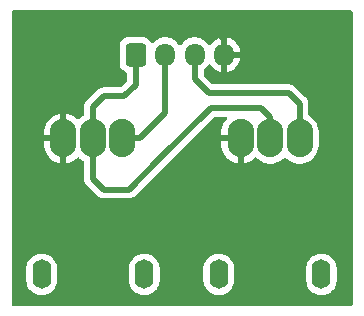
<source format=gbr>
%TF.GenerationSoftware,KiCad,Pcbnew,8.0.2*%
%TF.CreationDate,2024-08-12T19:30:07-07:00*%
%TF.ProjectId,socket_test,736f636b-6574-45f7-9465-73742e6b6963,rev?*%
%TF.SameCoordinates,Original*%
%TF.FileFunction,Copper,L1,Top*%
%TF.FilePolarity,Positive*%
%FSLAX46Y46*%
G04 Gerber Fmt 4.6, Leading zero omitted, Abs format (unit mm)*
G04 Created by KiCad (PCBNEW 8.0.2) date 2024-08-12 19:30:07*
%MOMM*%
%LPD*%
G01*
G04 APERTURE LIST*
G04 Aperture macros list*
%AMRoundRect*
0 Rectangle with rounded corners*
0 $1 Rounding radius*
0 $2 $3 $4 $5 $6 $7 $8 $9 X,Y pos of 4 corners*
0 Add a 4 corners polygon primitive as box body*
4,1,4,$2,$3,$4,$5,$6,$7,$8,$9,$2,$3,0*
0 Add four circle primitives for the rounded corners*
1,1,$1+$1,$2,$3*
1,1,$1+$1,$4,$5*
1,1,$1+$1,$6,$7*
1,1,$1+$1,$8,$9*
0 Add four rect primitives between the rounded corners*
20,1,$1+$1,$2,$3,$4,$5,0*
20,1,$1+$1,$4,$5,$6,$7,0*
20,1,$1+$1,$6,$7,$8,$9,0*
20,1,$1+$1,$8,$9,$2,$3,0*%
G04 Aperture macros list end*
%TA.AperFunction,ComponentPad*%
%ADD10O,2.250000X3.250000*%
%TD*%
%TA.AperFunction,HeatsinkPad*%
%ADD11O,1.600000X2.500000*%
%TD*%
%TA.AperFunction,ComponentPad*%
%ADD12RoundRect,0.250000X-0.600000X-0.725000X0.600000X-0.725000X0.600000X0.725000X-0.600000X0.725000X0*%
%TD*%
%TA.AperFunction,ComponentPad*%
%ADD13O,1.700000X1.950000*%
%TD*%
%TA.AperFunction,Conductor*%
%ADD14C,0.500000*%
%TD*%
G04 APERTURE END LIST*
D10*
%TO.P,RV1,1,GND*%
%TO.N,VCC*%
X242436400Y-136404200D03*
%TO.P,RV1,2,Signal*%
%TO.N,Net-(J1-Pin_2)*%
X244936400Y-136404200D03*
%TO.P,RV1,3,V+*%
%TO.N,GND*%
X239936400Y-136404200D03*
D11*
%TO.P,RV1,MP*%
%TO.N,N/C*%
X238086400Y-147904200D03*
X246786400Y-147904200D03*
%TD*%
D10*
%TO.P,RV2,1,GND*%
%TO.N,VCC*%
X257436400Y-136404200D03*
%TO.P,RV2,2,Signal*%
%TO.N,Net-(J1-Pin_3)*%
X259936400Y-136404200D03*
%TO.P,RV2,3,V+*%
%TO.N,GND*%
X254936400Y-136404200D03*
D11*
%TO.P,RV2,MP*%
%TO.N,N/C*%
X253086400Y-147904200D03*
X261786400Y-147904200D03*
%TD*%
D12*
%TO.P,J1,1,Pin_1*%
%TO.N,VCC*%
X246049800Y-129311400D03*
D13*
%TO.P,J1,2,Pin_2*%
%TO.N,Net-(J1-Pin_2)*%
X248549800Y-129311400D03*
%TO.P,J1,3,Pin_3*%
%TO.N,Net-(J1-Pin_3)*%
X251049800Y-129311400D03*
%TO.P,J1,4,Pin_4*%
%TO.N,GND*%
X253549800Y-129311400D03*
%TD*%
D14*
%TO.N,GND*%
X261340600Y-139573000D02*
X262128000Y-138785600D01*
X262128000Y-132664200D02*
X258775200Y-129311400D01*
X258775200Y-129311400D02*
X253549800Y-129311400D01*
X243154200Y-127050800D02*
X252603000Y-127050800D01*
X239936400Y-136404200D02*
X239936400Y-130268600D01*
X252603000Y-127050800D02*
X253549800Y-127997600D01*
X253549800Y-127997600D02*
X253549800Y-129311400D01*
X255778000Y-139573000D02*
X261340600Y-139573000D01*
X239936400Y-130268600D02*
X243154200Y-127050800D01*
X254936400Y-136404200D02*
X254936400Y-138731400D01*
X262128000Y-138785600D02*
X262128000Y-132664200D01*
X254936400Y-138731400D02*
X255778000Y-139573000D01*
%TO.N,VCC*%
X245465600Y-140741400D02*
X243357400Y-140741400D01*
X242436400Y-136404200D02*
X242436400Y-133763000D01*
X243357400Y-140741400D02*
X242436400Y-139820400D01*
X252425200Y-133807200D02*
X248056400Y-138176000D01*
X257436400Y-134602000D02*
X256641600Y-133807200D01*
X242436400Y-133763000D02*
X243357400Y-132842000D01*
X245084600Y-132842000D02*
X246049800Y-131876800D01*
X243357400Y-132842000D02*
X245084600Y-132842000D01*
X242436400Y-139820400D02*
X242436400Y-136404200D01*
X248031000Y-138176000D02*
X245465600Y-140741400D01*
X246049800Y-131876800D02*
X246049800Y-129311400D01*
X256641600Y-133807200D02*
X252425200Y-133807200D01*
X248056400Y-138176000D02*
X248031000Y-138176000D01*
X257436400Y-136404200D02*
X257436400Y-134602000D01*
%TO.N,Net-(J1-Pin_2)*%
X246399200Y-136404200D02*
X248549800Y-134253600D01*
X248549800Y-134253600D02*
X248549800Y-129311400D01*
X244936400Y-136404200D02*
X246399200Y-136404200D01*
%TO.N,Net-(J1-Pin_3)*%
X259003800Y-132562600D02*
X259936400Y-133495200D01*
X252247400Y-132562600D02*
X259003800Y-132562600D01*
X259936400Y-133495200D02*
X259936400Y-136404200D01*
X251049800Y-131365000D02*
X252247400Y-132562600D01*
X251049800Y-129311400D02*
X251049800Y-131365000D01*
%TD*%
%TA.AperFunction,Conductor*%
%TO.N,GND*%
G36*
X264364539Y-125589785D02*
G01*
X264410294Y-125642589D01*
X264421500Y-125694100D01*
X264421500Y-150429300D01*
X264401815Y-150496339D01*
X264349011Y-150542094D01*
X264297500Y-150553300D01*
X235676100Y-150553300D01*
X235609061Y-150533615D01*
X235563306Y-150480811D01*
X235552100Y-150429300D01*
X235552100Y-147351848D01*
X236785900Y-147351848D01*
X236785900Y-148456551D01*
X236817922Y-148658734D01*
X236881181Y-148853423D01*
X236974115Y-149035813D01*
X237094428Y-149201413D01*
X237239186Y-149346171D01*
X237394149Y-149458756D01*
X237404790Y-149466487D01*
X237521007Y-149525703D01*
X237587176Y-149559418D01*
X237587178Y-149559418D01*
X237587181Y-149559420D01*
X237691537Y-149593327D01*
X237781865Y-149622677D01*
X237882957Y-149638688D01*
X237984048Y-149654700D01*
X237984049Y-149654700D01*
X238188751Y-149654700D01*
X238188752Y-149654700D01*
X238390934Y-149622677D01*
X238585619Y-149559420D01*
X238768010Y-149466487D01*
X238860990Y-149398932D01*
X238933613Y-149346171D01*
X238933615Y-149346168D01*
X238933619Y-149346166D01*
X239078366Y-149201419D01*
X239078368Y-149201415D01*
X239078371Y-149201413D01*
X239131132Y-149128790D01*
X239198687Y-149035810D01*
X239291620Y-148853419D01*
X239354877Y-148658734D01*
X239386900Y-148456552D01*
X239386900Y-147351848D01*
X245485900Y-147351848D01*
X245485900Y-148456551D01*
X245517922Y-148658734D01*
X245581181Y-148853423D01*
X245674115Y-149035813D01*
X245794428Y-149201413D01*
X245939186Y-149346171D01*
X246094149Y-149458756D01*
X246104790Y-149466487D01*
X246221007Y-149525703D01*
X246287176Y-149559418D01*
X246287178Y-149559418D01*
X246287181Y-149559420D01*
X246391537Y-149593327D01*
X246481865Y-149622677D01*
X246582957Y-149638688D01*
X246684048Y-149654700D01*
X246684049Y-149654700D01*
X246888751Y-149654700D01*
X246888752Y-149654700D01*
X247090934Y-149622677D01*
X247285619Y-149559420D01*
X247468010Y-149466487D01*
X247560990Y-149398932D01*
X247633613Y-149346171D01*
X247633615Y-149346168D01*
X247633619Y-149346166D01*
X247778366Y-149201419D01*
X247778368Y-149201415D01*
X247778371Y-149201413D01*
X247831132Y-149128790D01*
X247898687Y-149035810D01*
X247991620Y-148853419D01*
X248054877Y-148658734D01*
X248086900Y-148456552D01*
X248086900Y-147351848D01*
X251785900Y-147351848D01*
X251785900Y-148456551D01*
X251817922Y-148658734D01*
X251881181Y-148853423D01*
X251974115Y-149035813D01*
X252094428Y-149201413D01*
X252239186Y-149346171D01*
X252394149Y-149458756D01*
X252404790Y-149466487D01*
X252521007Y-149525703D01*
X252587176Y-149559418D01*
X252587178Y-149559418D01*
X252587181Y-149559420D01*
X252691537Y-149593327D01*
X252781865Y-149622677D01*
X252882957Y-149638688D01*
X252984048Y-149654700D01*
X252984049Y-149654700D01*
X253188751Y-149654700D01*
X253188752Y-149654700D01*
X253390934Y-149622677D01*
X253585619Y-149559420D01*
X253768010Y-149466487D01*
X253860990Y-149398932D01*
X253933613Y-149346171D01*
X253933615Y-149346168D01*
X253933619Y-149346166D01*
X254078366Y-149201419D01*
X254078368Y-149201415D01*
X254078371Y-149201413D01*
X254131132Y-149128790D01*
X254198687Y-149035810D01*
X254291620Y-148853419D01*
X254354877Y-148658734D01*
X254386900Y-148456552D01*
X254386900Y-147351848D01*
X260485900Y-147351848D01*
X260485900Y-148456551D01*
X260517922Y-148658734D01*
X260581181Y-148853423D01*
X260674115Y-149035813D01*
X260794428Y-149201413D01*
X260939186Y-149346171D01*
X261094149Y-149458756D01*
X261104790Y-149466487D01*
X261221007Y-149525703D01*
X261287176Y-149559418D01*
X261287178Y-149559418D01*
X261287181Y-149559420D01*
X261391537Y-149593327D01*
X261481865Y-149622677D01*
X261582957Y-149638688D01*
X261684048Y-149654700D01*
X261684049Y-149654700D01*
X261888751Y-149654700D01*
X261888752Y-149654700D01*
X262090934Y-149622677D01*
X262285619Y-149559420D01*
X262468010Y-149466487D01*
X262560990Y-149398932D01*
X262633613Y-149346171D01*
X262633615Y-149346168D01*
X262633619Y-149346166D01*
X262778366Y-149201419D01*
X262778368Y-149201415D01*
X262778371Y-149201413D01*
X262831132Y-149128790D01*
X262898687Y-149035810D01*
X262991620Y-148853419D01*
X263054877Y-148658734D01*
X263086900Y-148456552D01*
X263086900Y-147351848D01*
X263054877Y-147149666D01*
X262991620Y-146954981D01*
X262991618Y-146954978D01*
X262991618Y-146954976D01*
X262957903Y-146888807D01*
X262898687Y-146772590D01*
X262890956Y-146761949D01*
X262778371Y-146606986D01*
X262633613Y-146462228D01*
X262468013Y-146341915D01*
X262468012Y-146341914D01*
X262468010Y-146341913D01*
X262411053Y-146312891D01*
X262285623Y-146248981D01*
X262090934Y-146185722D01*
X261916395Y-146158078D01*
X261888752Y-146153700D01*
X261684048Y-146153700D01*
X261659729Y-146157551D01*
X261481865Y-146185722D01*
X261287176Y-146248981D01*
X261104786Y-146341915D01*
X260939186Y-146462228D01*
X260794428Y-146606986D01*
X260674115Y-146772586D01*
X260581181Y-146954976D01*
X260517922Y-147149665D01*
X260485900Y-147351848D01*
X254386900Y-147351848D01*
X254354877Y-147149666D01*
X254291620Y-146954981D01*
X254291618Y-146954978D01*
X254291618Y-146954976D01*
X254257903Y-146888807D01*
X254198687Y-146772590D01*
X254190956Y-146761949D01*
X254078371Y-146606986D01*
X253933613Y-146462228D01*
X253768013Y-146341915D01*
X253768012Y-146341914D01*
X253768010Y-146341913D01*
X253711053Y-146312891D01*
X253585623Y-146248981D01*
X253390934Y-146185722D01*
X253216395Y-146158078D01*
X253188752Y-146153700D01*
X252984048Y-146153700D01*
X252959729Y-146157551D01*
X252781865Y-146185722D01*
X252587176Y-146248981D01*
X252404786Y-146341915D01*
X252239186Y-146462228D01*
X252094428Y-146606986D01*
X251974115Y-146772586D01*
X251881181Y-146954976D01*
X251817922Y-147149665D01*
X251785900Y-147351848D01*
X248086900Y-147351848D01*
X248054877Y-147149666D01*
X247991620Y-146954981D01*
X247991618Y-146954978D01*
X247991618Y-146954976D01*
X247957903Y-146888807D01*
X247898687Y-146772590D01*
X247890956Y-146761949D01*
X247778371Y-146606986D01*
X247633613Y-146462228D01*
X247468013Y-146341915D01*
X247468012Y-146341914D01*
X247468010Y-146341913D01*
X247411053Y-146312891D01*
X247285623Y-146248981D01*
X247090934Y-146185722D01*
X246916395Y-146158078D01*
X246888752Y-146153700D01*
X246684048Y-146153700D01*
X246659729Y-146157551D01*
X246481865Y-146185722D01*
X246287176Y-146248981D01*
X246104786Y-146341915D01*
X245939186Y-146462228D01*
X245794428Y-146606986D01*
X245674115Y-146772586D01*
X245581181Y-146954976D01*
X245517922Y-147149665D01*
X245485900Y-147351848D01*
X239386900Y-147351848D01*
X239354877Y-147149666D01*
X239291620Y-146954981D01*
X239291618Y-146954978D01*
X239291618Y-146954976D01*
X239257903Y-146888807D01*
X239198687Y-146772590D01*
X239190956Y-146761949D01*
X239078371Y-146606986D01*
X238933613Y-146462228D01*
X238768013Y-146341915D01*
X238768012Y-146341914D01*
X238768010Y-146341913D01*
X238711053Y-146312891D01*
X238585623Y-146248981D01*
X238390934Y-146185722D01*
X238216395Y-146158078D01*
X238188752Y-146153700D01*
X237984048Y-146153700D01*
X237959729Y-146157551D01*
X237781865Y-146185722D01*
X237587176Y-146248981D01*
X237404786Y-146341915D01*
X237239186Y-146462228D01*
X237094428Y-146606986D01*
X236974115Y-146772586D01*
X236881181Y-146954976D01*
X236817922Y-147149665D01*
X236785900Y-147351848D01*
X235552100Y-147351848D01*
X235552100Y-135776310D01*
X238311400Y-135776310D01*
X238311400Y-136154200D01*
X239093986Y-136154200D01*
X239061400Y-136318020D01*
X239061400Y-136490380D01*
X239093986Y-136654200D01*
X238311400Y-136654200D01*
X238311400Y-137032089D01*
X238351413Y-137284723D01*
X238430451Y-137527981D01*
X238430452Y-137527984D01*
X238546575Y-137755886D01*
X238696921Y-137962819D01*
X238877780Y-138143678D01*
X239084713Y-138294024D01*
X239312615Y-138410147D01*
X239312618Y-138410148D01*
X239555875Y-138489186D01*
X239686400Y-138509859D01*
X239686400Y-137246613D01*
X239850220Y-137279200D01*
X240022580Y-137279200D01*
X240186400Y-137246613D01*
X240186400Y-138509858D01*
X240316922Y-138489186D01*
X240316925Y-138489186D01*
X240560181Y-138410148D01*
X240560184Y-138410147D01*
X240788086Y-138294024D01*
X240995019Y-138143678D01*
X241098366Y-138040332D01*
X241159689Y-138006847D01*
X241229381Y-138011831D01*
X241273728Y-138040332D01*
X241377459Y-138144063D01*
X241377464Y-138144067D01*
X241584451Y-138294451D01*
X241618194Y-138311644D01*
X241668990Y-138359618D01*
X241685900Y-138422129D01*
X241685900Y-139894318D01*
X241685900Y-139894320D01*
X241685899Y-139894320D01*
X241714740Y-140039307D01*
X241714743Y-140039317D01*
X241771314Y-140175892D01*
X241804212Y-140225127D01*
X241804213Y-140225130D01*
X241853446Y-140298814D01*
X241853452Y-140298821D01*
X242878984Y-141324352D01*
X242878986Y-141324354D01*
X242908458Y-141344045D01*
X242952668Y-141373584D01*
X242952670Y-141373587D01*
X242952671Y-141373587D01*
X243001896Y-141406479D01*
X243001911Y-141406487D01*
X243058479Y-141429918D01*
X243058480Y-141429918D01*
X243138488Y-141463059D01*
X243254641Y-141486163D01*
X243273868Y-141489987D01*
X243283481Y-141491900D01*
X243283482Y-141491900D01*
X245539520Y-141491900D01*
X245637062Y-141472496D01*
X245684513Y-141463058D01*
X245821095Y-141406484D01*
X245870329Y-141373586D01*
X245870334Y-141373583D01*
X245894671Y-141357321D01*
X245944016Y-141324352D01*
X248449634Y-138818731D01*
X248468415Y-138803317D01*
X248534816Y-138758952D01*
X252699748Y-134594018D01*
X252761071Y-134560534D01*
X252787429Y-134557700D01*
X253685440Y-134557700D01*
X253752479Y-134577385D01*
X253798234Y-134630189D01*
X253808178Y-134699347D01*
X253779153Y-134762903D01*
X253773121Y-134769381D01*
X253696921Y-134845580D01*
X253546575Y-135052513D01*
X253430452Y-135280415D01*
X253430451Y-135280418D01*
X253351413Y-135523676D01*
X253311400Y-135776310D01*
X253311400Y-136154200D01*
X254093986Y-136154200D01*
X254061400Y-136318020D01*
X254061400Y-136490380D01*
X254093986Y-136654200D01*
X253311400Y-136654200D01*
X253311400Y-137032089D01*
X253351413Y-137284723D01*
X253430451Y-137527981D01*
X253430452Y-137527984D01*
X253546575Y-137755886D01*
X253696921Y-137962819D01*
X253877780Y-138143678D01*
X254084713Y-138294024D01*
X254312615Y-138410147D01*
X254312618Y-138410148D01*
X254555875Y-138489186D01*
X254686400Y-138509859D01*
X254686400Y-137246613D01*
X254850220Y-137279200D01*
X255022580Y-137279200D01*
X255186400Y-137246613D01*
X255186400Y-138509858D01*
X255316922Y-138489186D01*
X255316925Y-138489186D01*
X255560181Y-138410148D01*
X255560184Y-138410147D01*
X255788086Y-138294024D01*
X255995019Y-138143678D01*
X256098366Y-138040332D01*
X256159689Y-138006847D01*
X256229381Y-138011831D01*
X256273728Y-138040332D01*
X256377459Y-138144063D01*
X256377464Y-138144067D01*
X256558007Y-138275238D01*
X256584453Y-138294452D01*
X256712348Y-138359618D01*
X256812424Y-138410610D01*
X256812427Y-138410611D01*
X256934093Y-138450142D01*
X257055761Y-138489674D01*
X257308470Y-138529700D01*
X257308471Y-138529700D01*
X257564329Y-138529700D01*
X257564330Y-138529700D01*
X257817039Y-138489674D01*
X258060375Y-138410610D01*
X258288347Y-138294452D01*
X258495342Y-138144062D01*
X258598719Y-138040685D01*
X258660042Y-138007200D01*
X258729734Y-138012184D01*
X258774081Y-138040685D01*
X258877459Y-138144063D01*
X258877464Y-138144067D01*
X259058007Y-138275238D01*
X259084453Y-138294452D01*
X259212348Y-138359618D01*
X259312424Y-138410610D01*
X259312427Y-138410611D01*
X259434093Y-138450142D01*
X259555761Y-138489674D01*
X259808470Y-138529700D01*
X259808471Y-138529700D01*
X260064329Y-138529700D01*
X260064330Y-138529700D01*
X260317039Y-138489674D01*
X260560375Y-138410610D01*
X260788347Y-138294452D01*
X260995342Y-138144062D01*
X261176262Y-137963142D01*
X261326652Y-137756147D01*
X261442810Y-137528175D01*
X261521874Y-137284839D01*
X261561900Y-137032130D01*
X261561900Y-135776270D01*
X261521874Y-135523561D01*
X261442810Y-135280225D01*
X261442810Y-135280224D01*
X261402253Y-135200627D01*
X261326652Y-135052253D01*
X261307438Y-135025807D01*
X261176267Y-134845264D01*
X261176263Y-134845259D01*
X260995340Y-134664336D01*
X260995335Y-134664332D01*
X260788350Y-134513949D01*
X260754603Y-134496754D01*
X260703808Y-134448779D01*
X260686900Y-134386270D01*
X260686900Y-133421279D01*
X260668501Y-133328785D01*
X260668501Y-133328784D01*
X260658059Y-133276288D01*
X260603905Y-133145551D01*
X260601484Y-133139705D01*
X260519351Y-133016784D01*
X260414816Y-132912249D01*
X259734858Y-132232290D01*
X259482221Y-131979652D01*
X259482214Y-131979646D01*
X259408529Y-131930412D01*
X259408529Y-131930413D01*
X259359291Y-131897513D01*
X259222717Y-131840943D01*
X259222707Y-131840940D01*
X259077720Y-131812100D01*
X259077718Y-131812100D01*
X252609629Y-131812100D01*
X252542590Y-131792415D01*
X252521948Y-131775781D01*
X251836619Y-131090451D01*
X251803134Y-131029128D01*
X251800300Y-131002770D01*
X251800300Y-130623620D01*
X251819985Y-130556581D01*
X251851414Y-130523302D01*
X251929592Y-130466504D01*
X252079904Y-130316192D01*
X252199791Y-130151179D01*
X252255120Y-130108515D01*
X252324733Y-130102536D01*
X252386529Y-130135141D01*
X252400427Y-130151181D01*
X252520072Y-130315859D01*
X252520076Y-130315864D01*
X252670335Y-130466123D01*
X252670340Y-130466127D01*
X252842242Y-130591020D01*
X253031582Y-130687495D01*
X253233671Y-130753157D01*
X253299800Y-130763631D01*
X253299800Y-129715545D01*
X253366457Y-129754030D01*
X253487265Y-129786400D01*
X253612335Y-129786400D01*
X253733143Y-129754030D01*
X253799800Y-129715545D01*
X253799800Y-130763630D01*
X253865926Y-130753157D01*
X253865929Y-130753157D01*
X254068017Y-130687495D01*
X254257357Y-130591020D01*
X254429259Y-130466127D01*
X254429264Y-130466123D01*
X254579523Y-130315864D01*
X254579527Y-130315859D01*
X254704420Y-130143957D01*
X254800895Y-129954617D01*
X254866557Y-129752530D01*
X254866557Y-129752527D01*
X254896830Y-129561400D01*
X253953946Y-129561400D01*
X253992430Y-129494743D01*
X254024800Y-129373935D01*
X254024800Y-129248865D01*
X253992430Y-129128057D01*
X253953946Y-129061400D01*
X254896830Y-129061400D01*
X254866557Y-128870272D01*
X254866557Y-128870269D01*
X254800895Y-128668182D01*
X254704420Y-128478842D01*
X254579527Y-128306940D01*
X254579523Y-128306935D01*
X254429264Y-128156676D01*
X254429259Y-128156672D01*
X254257357Y-128031779D01*
X254068015Y-127935303D01*
X253865924Y-127869641D01*
X253799800Y-127859168D01*
X253799800Y-128907254D01*
X253733143Y-128868770D01*
X253612335Y-128836400D01*
X253487265Y-128836400D01*
X253366457Y-128868770D01*
X253299800Y-128907254D01*
X253299800Y-127859168D01*
X253299799Y-127859168D01*
X253233675Y-127869641D01*
X253031584Y-127935303D01*
X252842242Y-128031779D01*
X252670340Y-128156672D01*
X252670335Y-128156676D01*
X252520076Y-128306935D01*
X252520072Y-128306940D01*
X252400427Y-128471618D01*
X252345097Y-128514284D01*
X252275484Y-128520263D01*
X252213689Y-128487657D01*
X252199791Y-128471618D01*
X252079909Y-128306614D01*
X252079905Y-128306609D01*
X251929586Y-128156290D01*
X251757620Y-128031351D01*
X251568214Y-127934844D01*
X251568213Y-127934843D01*
X251568212Y-127934843D01*
X251366043Y-127869154D01*
X251366041Y-127869153D01*
X251366040Y-127869153D01*
X251204757Y-127843608D01*
X251156087Y-127835900D01*
X250943513Y-127835900D01*
X250894842Y-127843608D01*
X250733560Y-127869153D01*
X250531385Y-127934844D01*
X250341979Y-128031351D01*
X250170013Y-128156290D01*
X250019694Y-128306609D01*
X250019690Y-128306614D01*
X249900118Y-128471193D01*
X249844789Y-128513859D01*
X249775175Y-128519838D01*
X249713380Y-128487233D01*
X249699482Y-128471193D01*
X249579909Y-128306614D01*
X249579905Y-128306609D01*
X249429586Y-128156290D01*
X249257620Y-128031351D01*
X249068214Y-127934844D01*
X249068213Y-127934843D01*
X249068212Y-127934843D01*
X248866043Y-127869154D01*
X248866041Y-127869153D01*
X248866040Y-127869153D01*
X248704757Y-127843608D01*
X248656087Y-127835900D01*
X248443513Y-127835900D01*
X248394842Y-127843608D01*
X248233560Y-127869153D01*
X248031385Y-127934844D01*
X247841979Y-128031351D01*
X247670015Y-128156289D01*
X247531198Y-128295106D01*
X247469875Y-128328590D01*
X247400183Y-128323606D01*
X247344250Y-128281734D01*
X247337978Y-128272520D01*
X247242512Y-128117744D01*
X247118457Y-127993689D01*
X247118456Y-127993688D01*
X246969134Y-127901586D01*
X246802597Y-127846401D01*
X246802595Y-127846400D01*
X246699810Y-127835900D01*
X245399798Y-127835900D01*
X245399781Y-127835901D01*
X245297003Y-127846400D01*
X245297000Y-127846401D01*
X245130468Y-127901585D01*
X245130463Y-127901587D01*
X244981142Y-127993689D01*
X244857089Y-128117742D01*
X244764987Y-128267063D01*
X244764985Y-128267068D01*
X244760125Y-128281734D01*
X244709801Y-128433603D01*
X244709801Y-128433604D01*
X244709800Y-128433604D01*
X244699300Y-128536383D01*
X244699300Y-130086401D01*
X244699301Y-130086418D01*
X244709800Y-130189196D01*
X244709801Y-130189199D01*
X244755694Y-130327694D01*
X244764986Y-130355734D01*
X244857088Y-130505056D01*
X244981144Y-130629112D01*
X245130466Y-130721214D01*
X245214305Y-130748995D01*
X245271748Y-130788766D01*
X245298572Y-130853282D01*
X245299300Y-130866700D01*
X245299300Y-131514570D01*
X245279615Y-131581609D01*
X245262981Y-131602251D01*
X244810051Y-132055181D01*
X244748728Y-132088666D01*
X244722370Y-132091500D01*
X243283476Y-132091500D01*
X243254642Y-132097234D01*
X243254643Y-132097235D01*
X243138493Y-132120339D01*
X243138483Y-132120342D01*
X243058481Y-132153479D01*
X243058482Y-132153480D01*
X243001906Y-132176915D01*
X242956724Y-132207105D01*
X242878979Y-132259051D01*
X241853450Y-133284580D01*
X241853444Y-133284588D01*
X241804212Y-133358268D01*
X241804213Y-133358269D01*
X241771321Y-133407496D01*
X241771314Y-133407508D01*
X241714742Y-133544086D01*
X241714740Y-133544092D01*
X241685900Y-133689079D01*
X241685900Y-134386270D01*
X241666215Y-134453309D01*
X241618197Y-134496754D01*
X241584449Y-134513949D01*
X241377464Y-134664332D01*
X241377459Y-134664336D01*
X241273728Y-134768068D01*
X241212405Y-134801553D01*
X241142713Y-134796569D01*
X241098366Y-134768068D01*
X240995019Y-134664721D01*
X240788086Y-134514375D01*
X240560184Y-134398252D01*
X240560181Y-134398251D01*
X240316923Y-134319213D01*
X240186400Y-134298539D01*
X240186400Y-135561786D01*
X240022580Y-135529200D01*
X239850220Y-135529200D01*
X239686400Y-135561786D01*
X239686400Y-134298539D01*
X239555876Y-134319213D01*
X239312618Y-134398251D01*
X239312615Y-134398252D01*
X239084713Y-134514375D01*
X238877780Y-134664721D01*
X238696921Y-134845580D01*
X238546575Y-135052513D01*
X238430452Y-135280415D01*
X238430451Y-135280418D01*
X238351413Y-135523676D01*
X238311400Y-135776310D01*
X235552100Y-135776310D01*
X235552100Y-125694100D01*
X235571785Y-125627061D01*
X235624589Y-125581306D01*
X235676100Y-125570100D01*
X264297500Y-125570100D01*
X264364539Y-125589785D01*
G37*
%TD.AperFunction*%
%TD*%
M02*

</source>
